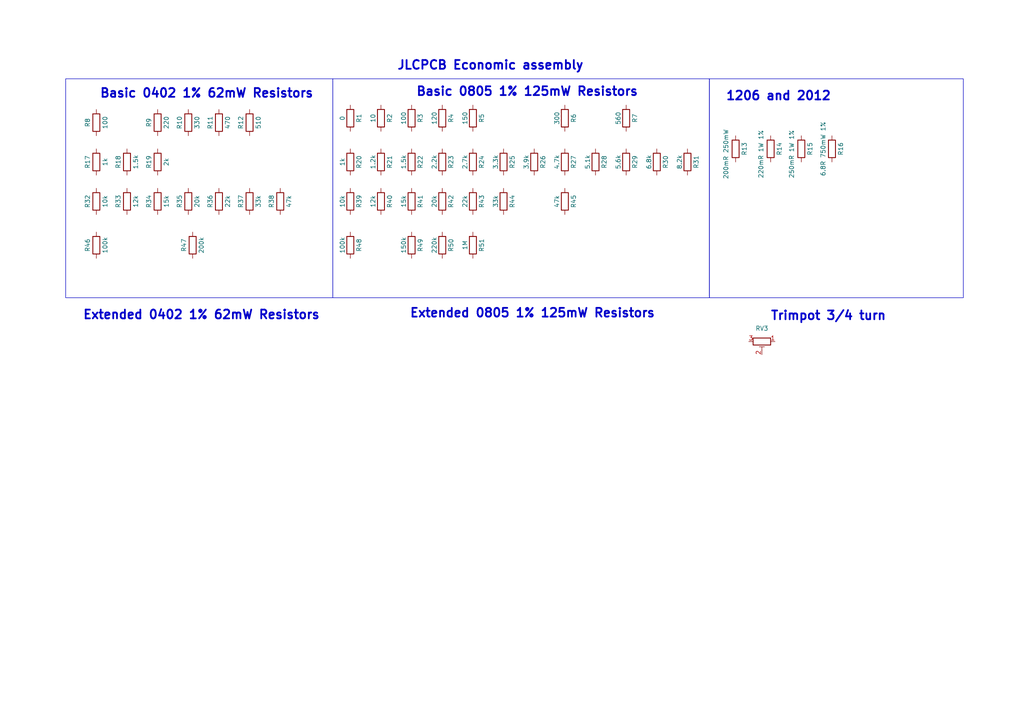
<source format=kicad_sch>
(kicad_sch (version 20231120) (generator "eeschema") (generator_version "8.0")
  (paper "A4")
  (lib_symbols
    (symbol "1_Library_GF:R_SMD_0805" (pin_numbers hide) (pin_names (offset 0))
      (property "Reference" "R" (at 2.032 0 90))
      (property "Value" "R" (at 0 0 90))
      (property "Description" "Resistor" (at 0 0 0))
      (symbol "R_SMD_0805_0_1"
        (rectangle (start -1.016 -2.54) (end 1.016 2.54) (stroke (width 0.254)))
      )
      (symbol "R_SMD_0805_1_1"
        (pin passive line (at 0 3.81 270) (length 1.27) (name "~") (number "1"))
        (pin passive line (at 0 -3.81 90) (length 1.27) (name "~") (number "2"))
      )
    )
    (symbol "Device:R" (pin_numbers hide) (pin_names (offset 0))
      (property "Reference" "R" (at 2.032 0 90))
      (property "Value" "R" (at 0 0 90))
      (symbol "R_0_1"
        (rectangle (start -1.016 -2.54) (end 1.016 2.54) (stroke (width 0.254)))
      )
      (symbol "R_1_1"
        (pin passive line (at 0 3.81 270) (length 1.27) (name "~") (number "1"))
        (pin passive line (at 0 -3.81 90) (length 1.27) (name "~") (number "2"))
      )
    )
    (symbol "Device:R_Potentiometer_Trim" (pin_names (offset 1.016) hide)
      (property "Reference" "RV" (at -4.445 0 90))
      (property "Value" "R_Potentiometer_Trim" (at -2.54 0 90))
      (symbol "R_Potentiometer_Trim_0_1"
        (polyline (pts (xy 1.524 0.762) (xy 1.524 -0.762)))
        (polyline (pts (xy 2.54 0) (xy 1.524 0)))
        (rectangle (start 1.016 2.54) (end -1.016 -2.54) (stroke (width 0.254)))
      )
      (symbol "R_Potentiometer_Trim_1_1"
        (pin passive line (at 0 3.81 270) (length 1.27) (name "1") (number "1"))
        (pin passive line (at 3.81 0 180) (length 1.27) (name "2") (number "2"))
        (pin passive line (at 0 -3.81 90) (length 1.27) (name "3") (number "3"))
      )
    )
  )
  (rectangle (start 205.74 22.86) (end 279.4 86.36))
  (rectangle (start 96.52 22.86) (end 205.74 86.36))
  (rectangle (start 19.05 22.86) (end 96.52 86.36))
  (text "JLCPCB Economic assembly" (at 142.24 19.05 0) (effects (font (size 2.54 2.54) (thickness 0.508) (bold yes))))
  (text "Extended 0805 1% 125mW Resistors" (at 154.432 90.932 0) (effects (font (size 2.54 2.54) (thickness 0.508) (bold yes))))
  (text "Trimpot 3/4 turn" (at 240.284 91.694 0) (effects (font (size 2.54 2.54) (thickness 0.508) (bold yes))))
  (text "Basic 0402 1% 62mW Resistors" (at 59.944 27.178 0) (effects (font (size 2.54 2.54) (thickness 0.508) (bold yes))))
  (text "Basic 0805 1% 125mW Resistors" (at 152.908 26.67 0) (effects (font (size 2.54 2.54) (thickness 0.508) (bold yes))))
  (text "1206 and 2012" (at 225.806 27.94 0) (effects (font (size 2.54 2.54) (thickness 0.508) (bold yes))))
  (text "Extended 0402 1% 62mW Resistors" (at 58.42 91.44 0) (effects (font (size 2.54 2.54) (thickness 0.508) (bold yes))))
  (symbol (lib_id "1_Library_GF:R_SMD_0805") (at 54.61 35.56 0) (unit 1)
    (property "Reference" "R10" (at 52.07 35.56 90))
    (property "Value" "330" (at 57.15 35.56 90))
    (property "Footprint" "Resistor_SMD:R_0402_1005Metric_Pad0.72x0.64mm_HandSolder" (effects (hide yes)))
    (property "Datasheet" "https://www.lcsc.com/datasheet/C4109.pdf" (effects (hide yes)))
    (property "Description" "-55℃~+155℃ 330Ω 50V 62.5mW Thick Film Resistor ±1% ±100ppm/℃ 0402 Chip Resistor - Surface Mount ROHS" (effects (hide yes)))
    (property "Manufacturer " "UNI-ROYAL(Uniroyal Elec)" (effects (hide yes)))
    (property "Mfr. Part Number" "0402WGF3300TCE" (effects (hide yes)))
    (property "LCSC" "C25104" (effects (hide yes)))
  )
  (symbol (lib_id "Device:R") (at 232.41 43.18 0) (unit 1)
    (property "Reference" "R15" (at 234.95 43.18 90))
    (property "Value" "250mR 1W 1%" (at 229.616 44.704 90))
    (property "Footprint" "Resistor_SMD:R_1206_3216Metric_Pad1.30x1.75mm_HandSolder" (effects (hide yes)))
    (property "Datasheet" "https://www.lcsc.com/datasheet/C4382.pdf" (effects (hide yes)))
    (property "Description" "1W 250mΩ Current Sense Resistor ±1% 1206 Chip Resistor - Surface Mount RoHS" (effects (hide yes)))
    (property "LCSC" "C2932845" (effects (hide yes)))
    (property "Mfr. Part Number" "HoYH1206-1W-250mR-1%" (effects (hide yes)))
  )
  (symbol (lib_id "1_Library_GF:R_SMD_0805") (at 72.39 35.56 0) (unit 1)
    (property "Reference" "R12" (at 69.85 35.56 90))
    (property "Value" "510" (at 74.93 35.56 90))
    (property "Footprint" "Resistor_SMD:R_0402_1005Metric_Pad0.72x0.64mm_HandSolder" (effects (hide yes)))
    (property "Datasheet" "https://www.lcsc.com/datasheet/C4109.pdf" (effects (hide yes)))
    (property "Description" "-55℃~+155℃ 50V 510Ω 62.5mW Thick Film Resistor ±1% ±100ppm/℃ 0402 Chip Resistor - Surface Mount ROHS" (effects (hide yes)))
    (property "Manufacturer " "UNI-ROYAL(Uniroyal Elec)" (effects (hide yes)))
    (property "Mfr. Part Number" "0402WGF5100TCE" (effects (hide yes)))
    (property "LCSC" "C25123" (effects (hide yes)))
  )
  (symbol (lib_id "Device:R_Potentiometer_Trim") (at 220.98 99.06 270) (unit 1)
    (property "Reference" "RV3" (at 220.98 95.25 90))
    (property "Value" "10k" (effects (hide yes)))
    (property "Footprint" "Potentiometer_THT:Potentiometer_Runtron_RM-065_Vertical" (effects (hide yes)))
    (property "Description" "Trim-potentiometer" (effects (hide yes)))
    (property "LCSC" "C5205021" (effects (hide yes)))
  )
  (symbol (lib_id "1_Library_GF:R_SMD_0805") (at 63.5 35.56 0) (unit 1)
    (property "Reference" "R11" (at 60.96 35.56 90))
    (property "Value" "470" (at 66.04 35.56 90))
    (property "Footprint" "Resistor_SMD:R_0402_1005Metric_Pad0.72x0.64mm_HandSolder" (effects (hide yes)))
    (property "Datasheet" "https://www.lcsc.com/datasheet/C4109.pdf" (effects (hide yes)))
    (property "Description" "-55℃~+155℃ 470Ω 50V 62.5mW Thick Film Resistor ±1% ±100ppm/℃ 0402 Chip Resistor - Surface Mount ROHS" (effects (hide yes)))
    (property "Manufacturer " "UNI-ROYAL(Uniroyal Elec)" (effects (hide yes)))
    (property "Mfr. Part Number" "0402WGF4700TCE" (effects (hide yes)))
    (property "LCSC" "C25117" (effects (hide yes)))
  )
  (symbol (lib_id "Device:R") (at 172.72 46.99 0) (unit 1)
    (property "Reference" "R28" (at 175.26 46.99 90))
    (property "Value" "5.1k" (at 170.434 46.99 90))
    (property "Footprint" "Resistor_SMD:R_0805_2012Metric" (effects (hide yes)))
    (property "Datasheet" "https://www.lcsc.com/datasheet/C4382.pdf" (effects (hide yes)))
    (property "Description" "-55℃~+155℃ 125mW 150V 5.1Ω Thick Film Resistor ±1% ±200ppm/℃ 0805 Chip Resistor - Surface Mount ROHS" (effects (hide yes)))
    (property "LCSC" "C17724" (effects (hide yes)))
    (property "Mfr. Part Number" "0805W8F510KT5E" (effects (hide yes)))
  )
  (symbol (lib_id "Device:R") (at 181.61 46.99 0) (unit 1)
    (property "Reference" "R29" (at 184.15 46.99 90))
    (property "Value" "5.6k" (at 179.324 46.99 90))
    (property "Footprint" "Resistor_SMD:R_0805_2012Metric" (effects (hide yes)))
    (property "Datasheet" "https://www.lcsc.com/datasheet/C4382.pdf" (effects (hide yes)))
    (property "Description" "-55℃~+155℃ 125mW 150V 20kΩ Thick Film Resistor ±1% ±100ppm/℃ 0805 Chip Resistor - Surface Mount ROHS" (effects (hide yes)))
    (property "LCSC" "C4382" (effects (hide yes)))
    (property "Mfr. Part Number" "0805W8F5601T5E" (effects (hide yes)))
  )
  (symbol (lib_id "Device:R") (at 154.94 46.99 0) (unit 1)
    (property "Reference" "R26" (at 157.48 46.99 90))
    (property "Value" "3.9k" (at 152.654 46.99 90))
    (property "Footprint" "Resistor_SMD:R_0805_2012Metric" (effects (hide yes)))
    (property "Datasheet" "https://www.lcsc.com/datasheet/C4382.pdf" (effects (hide yes)))
    (property "Description" "-55℃~+155℃ 125mW 150V 3.9kΩ Thick Film Resistor ±1% ±100ppm/℃ 0805 Chip Resistor - Surface Mount ROHS" (effects (hide yes)))
    (property "LCSC" "C17614" (effects (hide yes)))
    (property "Mfr. Part Number" "0805W8F3901T5E" (effects (hide yes)))
  )
  (symbol (lib_id "Device:R") (at 101.6 34.29 0) (unit 1)
    (property "Reference" "R1" (at 104.14 34.29 90))
    (property "Value" "0" (at 99.314 34.29 90))
    (property "Footprint" "Resistor_SMD:R_0805_2012Metric" (effects (hide yes)))
    (property "Datasheet" "https://www.lcsc.com/datasheet/C4382.pdf" (effects (hide yes)))
    (property "Description" "-55℃~+155℃ 0Ω 125mW 150V Thick Film Resistor ±1% ±800ppm/℃ 0805 Chip Resistor - Surface Mount ROHS" (effects (hide yes)))
    (property "LCSC" "C17477" (effects (hide yes)))
    (property "Mfr. Part Number" "0805W8F0000T5E" (effects (hide yes)))
  )
  (symbol (lib_id "1_Library_GF:R_SMD_0805") (at 72.39 58.42 0) (unit 1)
    (property "Reference" "R37" (at 69.85 58.42 90))
    (property "Value" "33k" (at 74.93 58.42 90))
    (property "Footprint" "Resistor_SMD:R_0402_1005Metric_Pad0.72x0.64mm_HandSolder" (effects (hide yes)))
    (property "Datasheet" "https://www.lcsc.com/datasheet/C4109.pdf" (effects (hide yes)))
    (property "Description" "-55℃~+155℃ 33kΩ 50V 62.5mW Thick Film Resistor ±1% ±100ppm/℃ 0402 Chip Resistor - Surface Mount ROHS" (effects (hide yes)))
    (property "Manufacturer " "UNI-ROYAL(Uniroyal Elec)" (effects (hide yes)))
    (property "Mfr. Part Number" "0402WGF3302TCE" (effects (hide yes)))
    (property "LCSC" "C25779" (effects (hide yes)))
  )
  (symbol (lib_id "1_Library_GF:R_SMD_0805") (at 45.72 46.99 0) (unit 1)
    (property "Reference" "R19" (at 43.18 46.99 90))
    (property "Value" "2k" (at 48.26 46.99 90))
    (property "Footprint" "Resistor_SMD:R_0402_1005Metric_Pad0.72x0.64mm_HandSolder" (effects (hide yes)))
    (property "Datasheet" "https://www.lcsc.com/datasheet/C4109.pdf" (effects (hide yes)))
    (property "Description" "125mW Thick Film Resistors 150V ±100ppm/℃ ±1% 1MΩ 0805 Chip Resistor - Surface Mount ROHS" (effects (hide yes)))
    (property "Manufacturer " "UNI-ROYAL(Uniroyal Elec)" (effects (hide yes)))
    (property "Mfr. Part Number" "0402WGF2001TCE" (effects (hide yes)))
    (property "LCSC" "C4109" (effects (hide yes)))
  )
  (symbol (lib_id "Device:R") (at 213.36 43.18 0) (unit 1)
    (property "Reference" "R13" (at 215.9 43.18 90))
    (property "Value" "200mR 250mW" (at 210.566 44.704 90))
    (property "Footprint" "Resistor_SMD:R_1206_3216Metric_Pad1.30x1.75mm_HandSolder" (effects (hide yes)))
    (property "Datasheet" "https://www.lcsc.com/datasheet/C4382.pdf" (effects (hide yes)))
    (property "Description" "220mΩ ±5% 250mW 1206 Thick Film Resistor" (effects (hide yes)))
    (property "LCSC" "C111857" (effects (hide yes)))
    (property "Mfr. Part Number" "1206W4J022KT5E" (effects (hide yes)))
  )
  (symbol (lib_id "Device:R") (at 146.05 58.42 0) (unit 1)
    (property "Reference" "R44" (at 148.59 58.42 90))
    (property "Value" "33k" (at 143.764 58.42 90))
    (property "Footprint" "Resistor_SMD:R_0805_2012Metric" (effects (hide yes)))
    (property "Datasheet" "https://www.lcsc.com/datasheet/C4382.pdf" (effects (hide yes)))
    (property "Description" "-55℃~+155℃ 125mW 150V 33kΩ Thick Film Resistor ±1% ±100ppm/℃ 0805 Chip Resistor - Surface Mount ROHS" (effects (hide yes)))
    (property "LCSC" "C17633" (effects (hide yes)))
    (property "Mfr. Part Number" "0805W8F3302T5E" (effects (hide yes)))
  )
  (symbol (lib_id "Device:R") (at 137.16 71.12 0) (unit 1)
    (property "Reference" "R51" (at 139.7 71.12 90))
    (property "Value" "1M" (at 134.874 71.12 90))
    (property "Footprint" "Resistor_SMD:R_0805_2012Metric" (effects (hide yes)))
    (property "Datasheet" "https://www.lcsc.com/datasheet/C4382.pdf" (effects (hide yes)))
    (property "Description" "-55℃~+155℃ 125mW 150V 1MΩ Thick Film Resistor ±1% ±100ppm/℃ 0805 Chip Resistor - Surface Mount ROHS" (effects (hide yes)))
    (property "LCSC" "C17514" (effects (hide yes)))
    (property "Mfr. Part Number" "0805W8F1004T5E" (effects (hide yes)))
  )
  (symbol (lib_id "Device:R") (at 163.83 46.99 0) (unit 1)
    (property "Reference" "R27" (at 166.37 46.99 90))
    (property "Value" "4.7k" (at 161.544 46.99 90))
    (property "Footprint" "Resistor_SMD:R_0805_2012Metric" (effects (hide yes)))
    (property "Datasheet" "https://www.lcsc.com/datasheet/C4382.pdf" (effects (hide yes)))
    (property "Description" "-55℃~+155℃ 125mW 150V 4.7kΩ Thick Film Resistor ±1% ±100ppm/℃ 0805 Chip Resistor - Surface Mount ROHS" (effects (hide yes)))
    (property "LCSC" "C17673" (effects (hide yes)))
    (property "Mfr. Part Number" "0805W8F4701T5E" (effects (hide yes)))
  )
  (symbol (lib_id "1_Library_GF:R_SMD_0805") (at 27.94 46.99 0) (unit 1)
    (property "Reference" "R17" (at 25.4 46.99 90))
    (property "Value" "1k" (at 30.48 46.99 90))
    (property "Footprint" "Resistor_SMD:R_0402_1005Metric_Pad0.72x0.64mm_HandSolder" (effects (hide yes)))
    (property "Datasheet" "https://www.lcsc.com/datasheet/C4109.pdf" (effects (hide yes)))
    (property "Description" "-55℃~+155℃ 1kΩ 50V 62.5mW Thick Film Resistor ±1% ±100ppm/℃ 0402 Chip Resistor - Surface Mount ROHS" (effects (hide yes)))
    (property "Manufacturer " "UNI-ROYAL(Uniroyal Elec)" (effects (hide yes)))
    (property "Mfr. Part Number" "0402WGF1001TCE" (effects (hide yes)))
    (property "LCSC" "C11702" (effects (hide yes)))
  )
  (symbol (lib_id "Device:R") (at 163.83 34.29 0) (unit 1)
    (property "Reference" "R6" (at 166.37 34.29 90))
    (property "Value" "300" (at 161.544 34.29 90))
    (property "Footprint" "Resistor_SMD:R_0805_2012Metric" (effects (hide yes)))
    (property "Datasheet" "https://www.lcsc.com/datasheet/C4382.pdf" (effects (hide yes)))
    (property "Description" "-55℃~+155℃ 125mW 150V 300Ω Thick Film Resistor ±1% ±100ppm/℃ 0805 Chip Resistor - Surface Mount ROHS" (effects (hide yes)))
    (property "LCSC" "C17617" (effects (hide yes)))
    (property "Mfr. Part Number" "0805W8F3000T5E" (effects (hide yes)))
  )
  (symbol (lib_id "1_Library_GF:R_SMD_0805") (at 45.72 58.42 0) (unit 1)
    (property "Reference" "R34" (at 43.18 58.42 90))
    (property "Value" "15k" (at 48.26 58.42 90))
    (property "Footprint" "Resistor_SMD:R_0402_1005Metric_Pad0.72x0.64mm_HandSolder" (effects (hide yes)))
    (property "Datasheet" "https://www.lcsc.com/datasheet/C4109.pdf" (effects (hide yes)))
    (property "Description" "-55℃~+155℃ 15kΩ 50V 62.5mW Thick Film Resistor ±1% ±100ppm/℃ 0402 Chip Resistor - Surface Mount ROHS" (effects (hide yes)))
    (property "Manufacturer " "UNI-ROYAL(Uniroyal Elec)" (effects (hide yes)))
    (property "Mfr. Part Number" "0402WGF1502TCE" (effects (hide yes)))
    (property "LCSC" "C25756" (effects (hide yes)))
  )
  (symbol (lib_id "Device:R") (at 163.83 58.42 0) (unit 1)
    (property "Reference" "R45" (at 166.37 58.42 90))
    (property "Value" "47k" (at 161.544 58.42 90))
    (property "Footprint" "Resistor_SMD:R_0805_2012Metric" (effects (hide yes)))
    (property "Datasheet" "https://www.lcsc.com/datasheet/C4382.pdf" (effects (hide yes)))
    (property "Description" "-55℃~+155℃ 125mW 150V 47kΩ Thick Film Resistor ±1% ±100ppm/℃ 0805 Chip Resistor - Surface Mount ROHS" (effects (hide yes)))
    (property "LCSC" "C17713" (effects (hide yes)))
    (property "Mfr. Part Number" "0805W8F4702T5E" (effects (hide yes)))
  )
  (symbol (lib_id "Device:R") (at 190.5 46.99 0) (unit 1)
    (property "Reference" "R30" (at 193.04 46.99 90))
    (property "Value" "6.8k" (at 188.214 46.99 90))
    (property "Footprint" "Resistor_SMD:R_0805_2012Metric" (effects (hide yes)))
    (property "Datasheet" "https://www.lcsc.com/datasheet/C4382.pdf" (effects (hide yes)))
    (property "Description" "-55℃~+155℃ 125mW 150V 6.8kΩ Thick Film Resistor ±1% ±100ppm/℃ 0805 Chip Resistor - Surface Mount ROHS" (effects (hide yes)))
    (property "LCSC" "C17772" (effects (hide yes)))
    (property "Mfr. Part Number" "0805W8F6801T5E" (effects (hide yes)))
  )
  (symbol (lib_id "Device:R") (at 137.16 46.99 0) (unit 1)
    (property "Reference" "R24" (at 139.7 46.99 90))
    (property "Value" "2.7k" (at 134.874 46.99 90))
    (property "Footprint" "Resistor_SMD:R_0805_2012Metric" (effects (hide yes)))
    (property "Datasheet" "https://www.lcsc.com/datasheet/C4382.pdf" (effects (hide yes)))
    (property "Description" "-55℃~+155℃ 125mW 150V 2.7kΩ Thick Film Resistor ±1% ±100ppm/℃ 0805 Chip Resistor - Surface Mount ROHS" (effects (hide yes)))
    (property "LCSC" "C17530" (effects (hide yes)))
    (property "Mfr. Part Number" "0805W8F2701T5E" (effects (hide yes)))
  )
  (symbol (lib_id "1_Library_GF:R_SMD_0805") (at 27.94 71.12 0) (unit 1)
    (property "Reference" "R46" (at 25.4 71.12 90))
    (property "Value" "100k" (at 30.48 71.12 90))
    (property "Footprint" "Resistor_SMD:R_0402_1005Metric_Pad0.72x0.64mm_HandSolder" (effects (hide yes)))
    (property "Datasheet" "https://www.lcsc.com/datasheet/C4109.pdf" (effects (hide yes)))
    (property "Description" "-55℃~+155℃ 100kΩ 50V 62.5mW Thick Film Resistor ±1% ±100ppm/℃ 0402 Chip Resistor - Surface Mount ROHS" (effects (hide yes)))
    (property "Manufacturer " "UNI-ROYAL(Uniroyal Elec)" (effects (hide yes)))
    (property "Mfr. Part Number" "0402WGF1003TCE" (effects (hide yes)))
    (property "LCSC" "C25741" (effects (hide yes)))
  )
  (symbol (lib_id "Device:R") (at 181.61 34.29 0) (unit 1)
    (property "Reference" "R7" (at 184.15 34.29 90))
    (property "Value" "560" (at 179.324 34.29 90))
    (property "Footprint" "Resistor_SMD:R_0805_2012Metric" (effects (hide yes)))
    (property "Datasheet" "https://www.lcsc.com/datasheet/C4382.pdf" (effects (hide yes)))
    (property "Description" "-55℃~+155℃ 125mW 150V 560Ω Thick Film Resistor ±1% ±100ppm/℃ 0805 Chip Resistor - Surface Mount ROHS" (effects (hide yes)))
    (property "LCSC" "C28636" (effects (hide yes)))
    (property "Mfr. Part Number" "0805W8F5600T5E" (effects (hide yes)))
  )
  (symbol (lib_id "1_Library_GF:R_SMD_0805") (at 27.94 58.42 0) (unit 1)
    (property "Reference" "R32" (at 25.4 58.42 90))
    (property "Value" "10k" (at 30.48 58.42 90))
    (property "Footprint" "Resistor_SMD:R_0402_1005Metric_Pad0.72x0.64mm_HandSolder" (effects (hide yes)))
    (property "Datasheet" "https://www.lcsc.com/datasheet/C4109.pdf" (effects (hide yes)))
    (property "Description" "-55℃~+155℃ 10kΩ 50V 62.5mW Thick Film Resistor ±1% ±100ppm/℃ 0402 Chip Resistor - Surface Mount ROHS" (effects (hide yes)))
    (property "Manufacturer " "UNI-ROYAL(Uniroyal Elec)" (effects (hide yes)))
    (property "Mfr. Part Number" "0402WGF1002TCE" (effects (hide yes)))
    (property "LCSC" "C25744" (effects (hide yes)))
  )
  (symbol (lib_id "Device:R") (at 101.6 58.42 0) (unit 1)
    (property "Reference" "R39" (at 104.14 58.42 90))
    (property "Value" "10k" (at 99.314 58.42 90))
    (property "Footprint" "Resistor_SMD:R_0805_2012Metric" (effects (hide yes)))
    (property "Datasheet" "https://www.lcsc.com/datasheet/C4382.pdf" (effects (hide yes)))
    (property "Description" "-55℃~+155℃ 10kΩ 125mW 150V Thick Film Resistor ±1% ±100ppm/℃ 0805 Chip Resistor - Surface Mount ROHS" (effects (hide yes)))
    (property "LCSC" "C17414" (effects (hide yes)))
    (property "Mfr. Part Number" "0805W8F1002T5E" (effects (hide yes)))
  )
  (symbol (lib_id "1_Library_GF:R_SMD_0805") (at 63.5 58.42 0) (unit 1)
    (property "Reference" "R36" (at 60.96 58.42 90))
    (property "Value" "22k" (at 66.04 58.42 90))
    (property "Footprint" "Resistor_SMD:R_0402_1005Metric_Pad0.72x0.64mm_HandSolder" (effects (hide yes)))
    (property "Datasheet" "https://www.lcsc.com/datasheet/C4109.pdf" (effects (hide yes)))
    (property "Description" "-55℃~+155℃ 22kΩ 50V 62.5mW Thick Film Resistor ±1% ±100ppm/℃ 0402 Chip Resistor - Surface Mount ROHS" (effects (hide yes)))
    (property "Manufacturer " "UNI-ROYAL(Uniroyal Elec)" (effects (hide yes)))
    (property "Mfr. Part Number" "0402WGF2202TCE" (effects (hide yes)))
    (property "LCSC" "C25768" (effects (hide yes)))
  )
  (symbol (lib_id "Device:R") (at 128.27 58.42 0) (unit 1)
    (property "Reference" "R42" (at 130.81 58.42 90))
    (property "Value" "20k" (at 125.984 58.42 90))
    (property "Footprint" "Resistor_SMD:R_0805_2012Metric" (effects (hide yes)))
    (property "Datasheet" "https://www.lcsc.com/datasheet/C4382.pdf" (effects (hide yes)))
    (property "Description" "-55℃~+155℃ 125mW 150V 20kΩ Thick Film Resistor ±1% ±100ppm/℃ 0805 Chip Resistor - Surface Mount ROHS" (effects (hide yes)))
    (property "LCSC" "C4328" (effects (hide yes)))
    (property "Mfr. Part Number" "0805W8F2002T5E" (effects (hide yes)))
  )
  (symbol (lib_id "Device:R") (at 137.16 58.42 0) (unit 1)
    (property "Reference" "R43" (at 139.7 58.42 90))
    (property "Value" "22k" (at 134.874 58.42 90))
    (property "Footprint" "Resistor_SMD:R_0805_2012Metric" (effects (hide yes)))
    (property "Datasheet" "https://www.lcsc.com/datasheet/C4382.pdf" (effects (hide yes)))
    (property "Description" "-55℃~+155℃ 125mW 150V 22kΩ Thick Film Resistor ±1% ±100ppm/℃ 0805 Chip Resistor - Surface Mount ROHS" (effects (hide yes)))
    (property "LCSC" "C17560" (effects (hide yes)))
    (property "Mfr. Part Number" "0805W8F2202T5E" (effects (hide yes)))
  )
  (symbol (lib_id "Device:R") (at 119.38 58.42 0) (unit 1)
    (property "Reference" "R41" (at 121.92 58.42 90))
    (property "Value" "15k" (at 117.094 58.42 90))
    (property "Footprint" "Resistor_SMD:R_0805_2012Metric" (effects (hide yes)))
    (property "Datasheet" "https://www.lcsc.com/datasheet/C4382.pdf" (effects (hide yes)))
    (property "Description" "-55℃~+155℃ 125mW 150V 15kΩ Thick Film Resistor ±1% ±100ppm/℃ 0805 Chip Resistor - Surface Mount ROHS" (effects (hide yes)))
    (property "LCSC" "C17475" (effects (hide yes)))
    (property "Mfr. Part Number" "0805W8F1502T5E" (effects (hide yes)))
  )
  (symbol (lib_id "Device:R") (at 119.38 46.99 0) (unit 1)
    (property "Reference" "R22" (at 121.92 46.99 90))
    (property "Value" "1.5k" (at 117.094 46.99 90))
    (property "Footprint" "Resistor_SMD:R_0805_2012Metric" (effects (hide yes)))
    (property "Datasheet" "https://www.lcsc.com/datasheet/C4382.pdf" (effects (hide yes)))
    (property "Description" "1.5kΩ 125mW 150V Thick Film Resistor ±1% ±100ppm/℃ 0805 Chip Resistor - Surface Mount ROHS" (effects (hide yes)))
    (property "LCSC" "C4310" (effects (hide yes)))
    (property "Mfr. Part Number" " 0805W8F1501T5E" (effects (hide yes)))
  )
  (symbol (lib_id "Device:R") (at 110.49 46.99 0) (unit 1)
    (property "Reference" "R21" (at 113.03 46.99 90))
    (property "Value" "1.2k" (at 108.204 46.99 90))
    (property "Footprint" "Resistor_SMD:R_0805_2012Metric" (effects (hide yes)))
    (property "Datasheet" "https://www.lcsc.com/datasheet/C4382.pdf" (effects (hide yes)))
    (property "Description" "-55℃~+155℃ 1.2kΩ 125mW 150V Thick Film Resistor ±1% ±100ppm/℃ 0805 Chip Resistor - Surface Mount ROHS" (effects (hide yes)))
    (property "LCSC" "C17379" (effects (hide yes)))
    (property "Mfr. Part Number" "0805W8F1201T5E" (effects (hide yes)))
  )
  (symbol (lib_id "1_Library_GF:R_SMD_0805") (at 241.3 43.18 180) (unit 1)
    (property "Reference" "R16" (at 243.84 43.18 90))
    (property "Value" "6.8R 750mW 1%" (at 238.76 43.18 90))
    (property "Footprint" "Resistor_SMD:R_2010_5025Metric_Pad1.40x2.65mm_HandSolder" (effects (hide yes)))
    (property "Datasheet" "https://www.vishay.com/docs/20035/dcrcwe3.pdf" (effects (hide yes)))
    (property "Description" "6.8Ω ±1% 750mW 2010 Thick Film Resistor" (effects (hide yes)))
    (property "Manufacturer " "FOJAN" (effects (hide yes)))
    (property "Mfr. Part Number" "FRC2010F6R80TS" (effects (hide yes)))
    (property "LCSC" "C3013311" (effects (hide yes)))
    (property "Observations" "Accepts other suppliers" (effects (hide yes)))
  )
  (symbol (lib_id "Device:R") (at 128.27 71.12 0) (unit 1)
    (property "Reference" "R50" (at 130.81 71.12 90))
    (property "Value" "220k" (at 125.984 71.12 90))
    (property "Footprint" "Resistor_SMD:R_0805_2012Metric" (effects (hide yes)))
    (property "Datasheet" "https://www.lcsc.com/datasheet/C4382.pdf" (effects (hide yes)))
    (property "Description" "-55℃~+155℃ 125mW 150V 220kΩ Thick Film Resistor ±1% ±100ppm/℃ 0805 Chip Resistor - Surface Mount ROHS" (effects (hide yes)))
    (property "LCSC" "C17556" (effects (hide yes)))
    (property "Mfr. Part Number" "0805W8F2203T5E" (effects (hide yes)))
  )
  (symbol (lib_id "Device:R") (at 128.27 34.29 0) (unit 1)
    (property "Reference" "R4" (at 130.81 34.29 90))
    (property "Value" "120" (at 125.984 34.29 90))
    (property "Footprint" "Resistor_SMD:R_0805_2012Metric" (effects (hide yes)))
    (property "Datasheet" "https://www.lcsc.com/datasheet/C4382.pdf" (effects (hide yes)))
    (property "Description" "-55℃~+155℃ 120Ω 125mW 150V Thick Film Resistor ±1% ±100ppm/℃ 0805 Chip Resistor - Surface Mount ROHS" (effects (hide yes)))
    (property "LCSC" "C17437" (effects (hide yes)))
    (property "Mfr. Part Number" "0805W8F1200T5E" (effects (hide yes)))
  )
  (symbol (lib_id "Device:R") (at 137.16 34.29 0) (unit 1)
    (property "Reference" "R5" (at 139.7 34.29 90))
    (property "Value" "150" (at 134.874 34.29 90))
    (property "Footprint" "Resistor_SMD:R_0805_2012Metric" (effects (hide yes)))
    (property "Datasheet" "https://www.lcsc.com/datasheet/C4382.pdf" (effects (hide yes)))
    (property "Description" "-55℃~+155℃ 125mW 150V 150Ω Thick Film Resistor ±1% ±100ppm/℃ 0805 Chip Resistor - Surface Mount ROHS" (effects (hide yes)))
    (property "LCSC" "C17471" (effects (hide yes)))
    (property "Mfr. Part Number" "0805W8F1500T5E" (effects (hide yes)))
  )
  (symbol (lib_id "Device:R") (at 101.6 46.99 0) (unit 1)
    (property "Reference" "R20" (at 104.14 46.99 90))
    (property "Value" "1k" (at 99.314 46.99 90))
    (property "Footprint" "Resistor_SMD:R_0805_2012Metric" (effects (hide yes)))
    (property "Datasheet" "https://www.lcsc.com/datasheet/C4382.pdf" (effects (hide yes)))
    (property "Description" "-55℃~+155℃ 125mW 150V 1kΩ Thick Film Resistor ±1% ±100ppm/℃ 0805 Chip Resistor - Surface Mount ROHS" (effects (hide yes)))
    (property "LCSC" "C17513" (effects (hide yes)))
    (property "Mfr. Part Number" "0805W8F1001T5E" (effects (hide yes)))
  )
  (symbol (lib_id "Device:R") (at 110.49 58.42 0) (unit 1)
    (property "Reference" "R40" (at 113.03 58.42 90))
    (property "Value" "12k" (at 108.204 58.42 90))
    (property "Footprint" "Resistor_SMD:R_0805_2012Metric" (effects (hide yes)))
    (property "Datasheet" "https://www.lcsc.com/datasheet/C4382.pdf" (effects (hide yes)))
    (property "Description" "-55℃~+155℃ 125mW 12kΩ 150V Thick Film Resistor ±1% ±100ppm/℃ 0805 Chip Resistor - Surface Mount ROHS" (effects (hide yes)))
    (property "LCSC" "C17444" (effects (hide yes)))
    (property "Mfr. Part Number" "0805W8F1202T5E" (effects (hide yes)))
  )
  (symbol (lib_id "Device:R") (at 146.05 46.99 0) (unit 1)
    (property "Reference" "R25" (at 148.59 46.99 90))
    (property "Value" "3.3k" (at 143.764 46.99 90))
    (property "Footprint" "Resistor_SMD:R_0805_2012Metric" (effects (hide yes)))
    (property "Datasheet" "https://www.lcsc.com/datasheet/C4382.pdf" (effects (hide yes)))
    (property "Description" "-55℃~+155℃ 125mW 150V 3.3kΩ Thick Film Resistor ±1% ±100ppm/℃ 0805 Chip Resistor - Surface Mount ROHS" (effects (hide yes)))
    (property "LCSC" "C26010" (effects (hide yes)))
    (property "Mfr. Part Number" "0805W8F3301T5E" (effects (hide yes)))
  )
  (symbol (lib_id "1_Library_GF:R_SMD_0805") (at 54.61 58.42 0) (unit 1)
    (property "Reference" "R35" (at 52.07 58.42 90))
    (property "Value" "20k" (at 57.15 58.42 90))
    (property "Footprint" "Resistor_SMD:R_0402_1005Metric_Pad0.72x0.64mm_HandSolder" (effects (hide yes)))
    (property "Datasheet" "https://www.lcsc.com/datasheet/C4109.pdf" (effects (hide yes)))
    (property "Description" "-55℃~+155℃ 20kΩ 50V 62.5mW Thick Film Resistor ±1% ±100ppm/℃ 0402 Chip Resistor - Surface Mount ROHS" (effects (hide yes)))
    (property "Manufacturer " "UNI-ROYAL(Uniroyal Elec)" (effects (hide yes)))
    (property "Mfr. Part Number" "0402WGF2002TCE" (effects (hide yes)))
    (property "LCSC" "C25765" (effects (hide yes)))
  )
  (symbol (lib_id "1_Library_GF:R_SMD_0805") (at 36.83 58.42 0) (unit 1)
    (property "Reference" "R33" (at 34.29 58.42 90))
    (property "Value" "12k" (at 39.37 58.42 90))
    (property "Footprint" "Resistor_SMD:R_0402_1005Metric_Pad0.72x0.64mm_HandSolder" (effects (hide yes)))
    (property "Datasheet" "https://www.lcsc.com/datasheet/C4109.pdf" (effects (hide yes)))
    (property "Description" "-55℃~+155℃ 12kΩ 50V 62.5mW Thick Film Resistor ±1% ±100ppm/℃ 0402 Chip Resistor - Surface Mount ROHS" (effects (hide yes)))
    (property "Manufacturer " "UNI-ROYAL(Uniroyal Elec)" (effects (hide yes)))
    (property "Mfr. Part Number" "0402WGF1202TCE" (effects (hide yes)))
    (property "LCSC" "C25752" (effects (hide yes)))
  )
  (symbol (lib_id "Device:R") (at 128.27 46.99 0) (unit 1)
    (property "Reference" "R23" (at 130.81 46.99 90))
    (property "Value" "2.2k" (at 125.984 46.99 90))
    (property "Footprint" "Resistor_SMD:R_0805_2012Metric" (effects (hide yes)))
    (property "Datasheet" "https://www.lcsc.com/datasheet/C4382.pdf" (effects (hide yes)))
    (property "Description" "-55℃~+155℃ 125mW 150V 2.2kΩ Thick Film Resistor ±1% ±100ppm/℃ 0805 Chip Resistor - Surface Mount ROHS" (effects (hide yes)))
    (property "LCSC" "C17520" (effects (hide yes)))
    (property "Mfr. Part Number" "0805W8F2201T5E" (effects (hide yes)))
  )
  (symbol (lib_id "Device:R") (at 199.39 46.99 0) (unit 1)
    (property "Reference" "R31" (at 201.93 46.99 90))
    (property "Value" "8.2k" (at 197.104 46.99 90))
    (property "Footprint" "Resistor_SMD:R_0805_2012Metric" (effects (hide yes)))
    (property "Datasheet" "https://www.lcsc.com/datasheet/C4382.pdf" (effects (hide yes)))
    (property "Description" "-55℃~+155℃ 125mW 150V 8.2kΩ Thick Film Resistor ±1% ±100ppm/℃ 0805 Chip Resistor - Surface Mount ROHS" (effects (hide yes)))
    (property "LCSC" "C17828" (effects (hide yes)))
    (property "Mfr. Part Number" "0805W8F8201T5E" (effects (hide yes)))
  )
  (symbol (lib_id "Device:R") (at 223.52 43.18 0) (unit 1)
    (property "Reference" "R14" (at 226.06 43.18 90))
    (property "Value" "220mR 1W 1%" (at 220.726 44.704 90))
    (property "Footprint" "Resistor_SMD:R_1206_3216Metric_Pad1.30x1.75mm_HandSolder" (effects (hide yes)))
    (property "Datasheet" "https://www.lcsc.com/datasheet/C4382.pdf" (effects (hide yes)))
    (property "Description" "220mΩ ±1% 1W Current Sense Resistor" (effects (hide yes)))
    (property "LCSC" "C2683384" (effects (hide yes)))
    (property "Mfr. Part Number" "RLH12FTCR220" (effects (hide yes)))
  )
  (symbol (lib_id "1_Library_GF:R_SMD_0805") (at 55.88 71.12 0) (unit 1)
    (property "Reference" "R47" (at 53.34 71.12 90))
    (property "Value" "200k" (at 58.42 71.12 90))
    (property "Footprint" "Resistor_SMD:R_0402_1005Metric_Pad0.72x0.64mm_HandSolder" (effects (hide yes)))
    (property "Datasheet" "https://www.lcsc.com/datasheet/C4109.pdf" (effects (hide yes)))
    (property "Description" "-55℃~+155℃ 200kΩ 50V 62.5mW Thick Film Resistor ±1% ±100ppm/℃ 0402 Chip Resistor - Surface Mount ROHS" (effects (hide yes)))
    (property "Manufacturer " "UNI-ROYAL(Uniroyal Elec)" (effects (hide yes)))
    (property "Mfr. Part Number" "0402WGF2003TCE" (effects (hide yes)))
    (property "LCSC" "C25764" (effects (hide yes)))
  )
  (symbol (lib_id "Device:R") (at 101.6 71.12 0) (unit 1)
    (property "Reference" "R48" (at 104.14 71.12 90))
    (property "Value" "100k" (at 99.314 71.12 90))
    (property "Footprint" "Resistor_SMD:R_0805_2012Metric" (effects (hide yes)))
    (property "Datasheet" "https://www.lcsc.com/datasheet/C4382.pdf" (effects (hide yes)))
    (property "Description" "-55℃~+155℃ 100kΩ 125mW 150V Thick Film Resistor ±1% ±100ppm/℃ 0805 Chip Resistor - Surface Mount ROHS" (effects (hide yes)))
    (property "LCSC" "C149504" (effects (hide yes)))
    (property "Mfr. Part Number" "0805W8F1003T5E" (effects (hide yes)))
  )
  (symbol (lib_id "Device:R") (at 119.38 71.12 0) (unit 1)
    (property "Reference" "R49" (at 121.92 71.12 90))
    (property "Value" "150k" (at 117.094 71.12 90))
    (property "Footprint" "Resistor_SMD:R_0805_2012Metric" (effects (hide yes)))
    (property "Datasheet" "https://www.lcsc.com/datasheet/C4382.pdf" (effects (hide yes)))
    (property "Description" "-55℃~+155℃ 125mW 150V 150kΩ Thick Film Resistor ±1% ±100ppm/℃ 0805 Chip Resistor - Surface Mount ROHS" (effects (hide yes)))
    (property "LCSC" "C17470" (effects (hide yes)))
    (property "Mfr. Part Number" "0805W8F1503T5E" (effects (hide yes)))
  )
  (symbol (lib_id "1_Library_GF:R_SMD_0805") (at 36.83 46.99 0) (unit 1)
    (property "Reference" "R18" (at 34.29 46.99 90))
    (property "Value" "1.5k" (at 39.37 46.99 90))
    (property "Footprint" "Resistor_SMD:R_0402_1005Metric_Pad0.72x0.64mm_HandSolder" (effects (hide yes)))
    (property "Datasheet" "https://www.lcsc.com/datasheet/C4109.pdf" (effects (hide yes)))
    (property "Description" "-55℃~+155℃ 1.5kΩ 50V 62.5mW Thick Film Resistor ±1% ±100ppm/℃ 0402 Chip Resistor - Surface Mount ROHS" (effects (hide yes)))
    (property "Manufacturer " "UNI-ROYAL(Uniroyal Elec)" (effects (hide yes)))
    (property "Mfr. Part Number" "0402WGF1501TCE" (effects (hide yes)))
    (property "LCSC" "C25867" (effects (hide yes)))
  )
  (symbol (lib_id "1_Library_GF:R_SMD_0805") (at 81.28 58.42 0) (unit 1)
    (property "Reference" "R38" (at 78.74 58.42 90))
    (property "Value" "47k" (at 83.82 58.42 90))
    (property "Footprint" "Resistor_SMD:R_0402_1005Metric_Pad0.72x0.64mm_HandSolder" (effects (hide yes)))
    (property "Datasheet" "https://www.lcsc.com/datasheet/C4109.pdf" (effects (hide yes)))
    (property "Description" "-55℃~+155℃ 47kΩ 50V 62.5mW Thick Film Resistor ±1% ±100ppm/℃ 0402 Chip Resistor - Surface Mount ROHS" (effects (hide yes)))
    (property "Manufacturer " "UNI-ROYAL(Uniroyal Elec)" (effects (hide yes)))
    (property "Mfr. Part Number" "0402WGF4702TCE" (effects (hide yes)))
    (property "LCSC" "C25792" (effects (hide yes)))
  )
  (symbol (lib_id "Device:R") (at 110.49 34.29 0) (unit 1)
    (property "Reference" "R2" (at 113.03 34.29 90))
    (property "Value" "10" (at 108.204 34.29 90))
    (property "Footprint" "Resistor_SMD:R_0805_2012Metric" (effects (hide yes)))
    (property "Datasheet" "https://www.lcsc.com/datasheet/C4382.pdf" (effects (hide yes)))
    (property "Description" "-55℃~+155℃ 10Ω 125mW 150V Thick Film Resistor ±1% ±200ppm/℃ 0805 Chip Resistor - Surface Mount ROHS" (effects (hide yes)))
    (property "LCSC" "C17415" (effects (hide yes)))
    (property "Mfr. Part Number" "0805W8F100JT5E" (effects (hide yes)))
  )
  (symbol (lib_id "1_Library_GF:R_SMD_0805") (at 27.94 35.56 0) (unit 1)
    (property "Reference" "R8" (at 25.4 35.56 90))
    (property "Value" "100" (at 30.48 35.56 90))
    (property "Footprint" "Resistor_SMD:R_0402_1005Metric_Pad0.72x0.64mm_HandSolder" (effects (hide yes)))
    (property "Datasheet" "https://www.lcsc.com/datasheet/C4109.pdf" (effects (hide yes)))
    (property "Description" "-55℃~+155℃ 100Ω 50V 62.5mW Thick Film Resistor ±1% ±100ppm/℃ 0402 Chip Resistor - Surface Mount ROHS" (effects (hide yes)))
    (property "Manufacturer " "UNI-ROYAL(Uniroyal Elec)" (effects (hide yes)))
    (property "Mfr. Part Number" "0402WGF1000TCE" (effects (hide yes)))
    (property "LCSC" "C25076" (effects (hide yes)))
  )
  (symbol (lib_id "Device:R") (at 119.38 34.29 0) (unit 1)
    (property "Reference" "R3" (at 121.92 34.29 90))
    (property "Value" "100" (at 117.094 34.29 90))
    (property "Footprint" "Resistor_SMD:R_0805_2012Metric" (effects (hide yes)))
    (property "Datasheet" "https://www.lcsc.com/datasheet/C4382.pdf" (effects (hide yes)))
    (property "Description" "-55℃~+155℃ 100Ω 125mW 150V Thick Film Resistor ±1% ±100ppm/℃ 0805 Chip Resistor - Surface Mount ROHS" (effects (hide yes)))
    (property "LCSC" "C17408" (effects (hide yes)))
    (property "Mfr. Part Number" "0805W8F1000T5E" (effects (hide yes)))
  )
  (symbol (lib_id "1_Library_GF:R_SMD_0805") (at 45.72 35.56 0) (unit 1)
    (property "Reference" "R9" (at 43.18 35.56 90))
    (property "Value" "220" (at 48.26 35.56 90))
    (property "Footprint" "Resistor_SMD:R_0402_1005Metric_Pad0.72x0.64mm_HandSolder" (effects (hide yes)))
    (property "Datasheet" "https://www.lcsc.com/datasheet/C4109.pdf" (effects (hide yes)))
    (property "Description" "-55℃~+155℃ 220Ω 50V 62.5mW Thick Film Resistor ±1% ±100ppm/℃ 0402 Chip Resistor - Surface Mount ROHS" (effects (hide yes)))
    (property "Manufacturer " "UNI-ROYAL(Uniroyal Elec)" (effects (hide yes)))
    (property "Mfr. Part Number" "0402WGF2200TCE" (effects (hide yes)))
    (property "LCSC" "C25091" (effects (hide yes)))
  )
)
</source>
